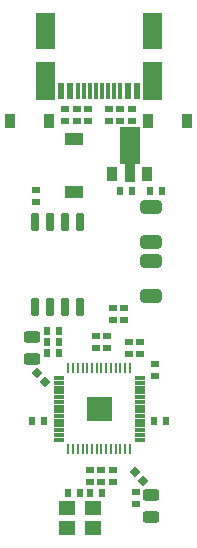
<source format=gtp>
G04 #@! TF.GenerationSoftware,KiCad,Pcbnew,(6.0.4)*
G04 #@! TF.CreationDate,2022-04-24T13:36:31-06:00*
G04 #@! TF.ProjectId,RP2040 Dev Board,52503230-3430-4204-9465-7620426f6172,2*
G04 #@! TF.SameCoordinates,Original*
G04 #@! TF.FileFunction,Paste,Top*
G04 #@! TF.FilePolarity,Positive*
%FSLAX46Y46*%
G04 Gerber Fmt 4.6, Leading zero omitted, Abs format (unit mm)*
G04 Created by KiCad (PCBNEW (6.0.4)) date 2022-04-24 13:36:31*
%MOMM*%
%LPD*%
G01*
G04 APERTURE LIST*
G04 Aperture macros list*
%AMRoundRect*
0 Rectangle with rounded corners*
0 $1 Rounding radius*
0 $2 $3 $4 $5 $6 $7 $8 $9 X,Y pos of 4 corners*
0 Add a 4 corners polygon primitive as box body*
4,1,4,$2,$3,$4,$5,$6,$7,$8,$9,$2,$3,0*
0 Add four circle primitives for the rounded corners*
1,1,$1+$1,$2,$3*
1,1,$1+$1,$4,$5*
1,1,$1+$1,$6,$7*
1,1,$1+$1,$8,$9*
0 Add four rect primitives between the rounded corners*
20,1,$1+$1,$2,$3,$4,$5,0*
20,1,$1+$1,$4,$5,$6,$7,0*
20,1,$1+$1,$6,$7,$8,$9,0*
20,1,$1+$1,$8,$9,$2,$3,0*%
%AMRotRect*
0 Rectangle, with rotation*
0 The origin of the aperture is its center*
0 $1 length*
0 $2 width*
0 $3 Rotation angle, in degrees counterclockwise*
0 Add horizontal line*
21,1,$1,$2,0,0,$3*%
%AMFreePoly0*
4,1,9,3.862500,-0.866500,0.737500,-0.866500,0.737500,-0.450000,-0.737500,-0.450000,-0.737500,0.450000,0.737500,0.450000,0.737500,0.866500,3.862500,0.866500,3.862500,-0.866500,3.862500,-0.866500,$1*%
G04 Aperture macros list end*
%ADD10C,0.010000*%
%ADD11R,1.400000X1.200000*%
%ADD12R,0.600000X0.700000*%
%ADD13R,0.700000X0.600000*%
%ADD14R,0.900000X1.200000*%
%ADD15RoundRect,0.243750X0.456250X-0.243750X0.456250X0.243750X-0.456250X0.243750X-0.456250X-0.243750X0*%
%ADD16R,0.900000X1.300000*%
%ADD17FreePoly0,90.000000*%
%ADD18RotRect,0.700000X0.600000X225.000000*%
%ADD19RoundRect,0.150000X0.150000X-0.650000X0.150000X0.650000X-0.150000X0.650000X-0.150000X-0.650000X0*%
%ADD20RoundRect,0.250000X0.650000X-0.325000X0.650000X0.325000X-0.650000X0.325000X-0.650000X-0.325000X0*%
%ADD21R,0.600000X1.450000*%
%ADD22R,0.300000X1.450000*%
%ADD23RoundRect,0.006000X-0.414000X-0.094000X0.414000X-0.094000X0.414000X0.094000X-0.414000X0.094000X0*%
%ADD24RoundRect,0.020000X-0.080000X-0.400000X0.080000X-0.400000X0.080000X0.400000X-0.080000X0.400000X0*%
%ADD25RoundRect,0.243750X-0.456250X0.243750X-0.456250X-0.243750X0.456250X-0.243750X0.456250X0.243750X0*%
%ADD26R,1.600000X1.050000*%
%ADD27RoundRect,0.250000X-0.650000X0.325000X-0.650000X-0.325000X0.650000X-0.325000X0.650000X0.325000X0*%
G04 APERTURE END LIST*
G36*
X152260000Y-35120000D02*
G01*
X150660000Y-35120000D01*
X150660000Y-31930000D01*
X152260000Y-31930000D01*
X152260000Y-35120000D01*
G37*
G36*
X152250000Y-30850000D02*
G01*
X150660000Y-30850000D01*
X150660000Y-27750000D01*
X152250000Y-27750000D01*
X152250000Y-30850000D01*
G37*
G36*
X143160000Y-30850000D02*
G01*
X141560000Y-30850000D01*
X141560000Y-27750000D01*
X143160000Y-27750000D01*
X143160000Y-30850000D01*
G37*
G36*
X143160000Y-35120000D02*
G01*
X141560000Y-35120000D01*
X141560000Y-31940000D01*
X143160000Y-31940000D01*
X143160000Y-35120000D01*
G37*
G36*
X147890000Y-62280000D02*
G01*
X145930000Y-62280000D01*
X145930000Y-60320000D01*
X147890000Y-60320000D01*
X147890000Y-62280000D01*
G37*
D10*
X147890000Y-62280000D02*
X145930000Y-62280000D01*
X145930000Y-60320000D01*
X147890000Y-60320000D01*
X147890000Y-62280000D01*
D11*
X144220000Y-71370000D03*
X146420000Y-71370000D03*
X146420000Y-69670000D03*
X144220000Y-69670000D03*
D12*
X151560000Y-62300000D03*
X152560000Y-62300000D03*
X142250000Y-62310000D03*
X141250000Y-62310000D03*
X146170000Y-68410000D03*
X147170000Y-68410000D03*
D13*
X150380000Y-56650000D03*
X150380000Y-55650000D03*
D14*
X151070000Y-36930000D03*
X154370000Y-36930000D03*
D13*
X147110000Y-66510000D03*
X147110000Y-67510000D03*
D12*
X149660000Y-42810000D03*
X148660000Y-42810000D03*
X145320000Y-68410000D03*
X144320000Y-68410000D03*
D13*
X146640000Y-56150000D03*
X146640000Y-55150000D03*
X149430000Y-56650000D03*
X149430000Y-55650000D03*
D15*
X151345000Y-70492500D03*
X151345000Y-68617500D03*
D16*
X148010000Y-41450000D03*
D17*
X149510000Y-41362500D03*
D16*
X151010000Y-41450000D03*
D18*
X149916447Y-66656447D03*
X150623553Y-67363553D03*
D19*
X141505000Y-52700000D03*
X142775000Y-52700000D03*
X144045000Y-52700000D03*
X145315000Y-52700000D03*
X145315000Y-45500000D03*
X144045000Y-45500000D03*
X142775000Y-45500000D03*
X141505000Y-45500000D03*
D20*
X151340000Y-51755000D03*
X151340000Y-48805000D03*
D21*
X150160000Y-34395000D03*
X149360000Y-34395000D03*
D22*
X148160000Y-34395000D03*
X147160000Y-34395000D03*
X146660000Y-34395000D03*
X145660000Y-34395000D03*
D21*
X143660000Y-34395000D03*
X144460000Y-34395000D03*
D22*
X145160000Y-34395000D03*
X146160000Y-34395000D03*
X147660000Y-34395000D03*
X148660000Y-34395000D03*
D13*
X144060000Y-36920000D03*
X144060000Y-35920000D03*
D23*
X143475000Y-58700000D03*
X143475000Y-59100000D03*
X143475000Y-59500000D03*
X143475000Y-59900000D03*
X143475000Y-60300000D03*
X143475000Y-60700000D03*
X143475000Y-61100000D03*
X143475000Y-61500000D03*
X143475000Y-61900000D03*
X143475000Y-62300000D03*
X143475000Y-62700000D03*
X143475000Y-63100000D03*
X143475000Y-63500000D03*
X143475000Y-63900000D03*
D24*
X144310000Y-64735000D03*
X144710000Y-64735000D03*
X145110000Y-64735000D03*
X145510000Y-64735000D03*
X145910000Y-64735000D03*
X146310000Y-64735000D03*
X146710000Y-64735000D03*
X147110000Y-64735000D03*
X147510000Y-64735000D03*
X147910000Y-64735000D03*
X148310000Y-64735000D03*
X148710000Y-64735000D03*
X149110000Y-64735000D03*
X149510000Y-64735000D03*
D23*
X150345000Y-63900000D03*
X150345000Y-63500000D03*
X150345000Y-63100000D03*
X150345000Y-62700000D03*
X150345000Y-62300000D03*
X150345000Y-61900000D03*
X150345000Y-61500000D03*
X150345000Y-61100000D03*
X150345000Y-60700000D03*
X150345000Y-60300000D03*
X150345000Y-59900000D03*
X150345000Y-59500000D03*
X150345000Y-59100000D03*
X150345000Y-58700000D03*
D24*
X149510000Y-57865000D03*
X149110000Y-57865000D03*
X148710000Y-57865000D03*
X148310000Y-57865000D03*
X147910000Y-57865000D03*
X147510000Y-57865000D03*
X147110000Y-57865000D03*
X146710000Y-57865000D03*
X146310000Y-57865000D03*
X145910000Y-57865000D03*
X145510000Y-57865000D03*
X145110000Y-57865000D03*
X144710000Y-57865000D03*
X144310000Y-57865000D03*
D13*
X151620000Y-58500000D03*
X151620000Y-57500000D03*
D25*
X141260000Y-55215000D03*
X141260000Y-57090000D03*
D13*
X148710000Y-36920000D03*
X148710000Y-35920000D03*
D12*
X143510000Y-55625000D03*
X142510000Y-55625000D03*
D26*
X144760000Y-38475000D03*
X144760000Y-42925000D03*
D13*
X147590000Y-56150000D03*
X147590000Y-55150000D03*
D14*
X142670000Y-36920000D03*
X139370000Y-36920000D03*
D13*
X148050000Y-53740000D03*
X148050000Y-52740000D03*
X145005000Y-35920000D03*
X145005000Y-36920000D03*
D18*
X141626447Y-58286447D03*
X142333553Y-58993553D03*
D12*
X142510000Y-54675000D03*
X143510000Y-54675000D03*
D27*
X151340000Y-44215000D03*
X151340000Y-47165000D03*
D12*
X151210000Y-42810000D03*
X152210000Y-42810000D03*
X142510000Y-56590000D03*
X143510000Y-56590000D03*
D13*
X147760000Y-36920000D03*
X147760000Y-35920000D03*
X149000000Y-53740000D03*
X149000000Y-52740000D03*
X149995000Y-68355000D03*
X149995000Y-69355000D03*
X146160000Y-67510000D03*
X146160000Y-66510000D03*
X148060000Y-66510000D03*
X148060000Y-67510000D03*
X141550000Y-43760000D03*
X141550000Y-42760000D03*
X145960000Y-36920000D03*
X145960000Y-35920000D03*
X149660000Y-36920000D03*
X149660000Y-35920000D03*
M02*

</source>
